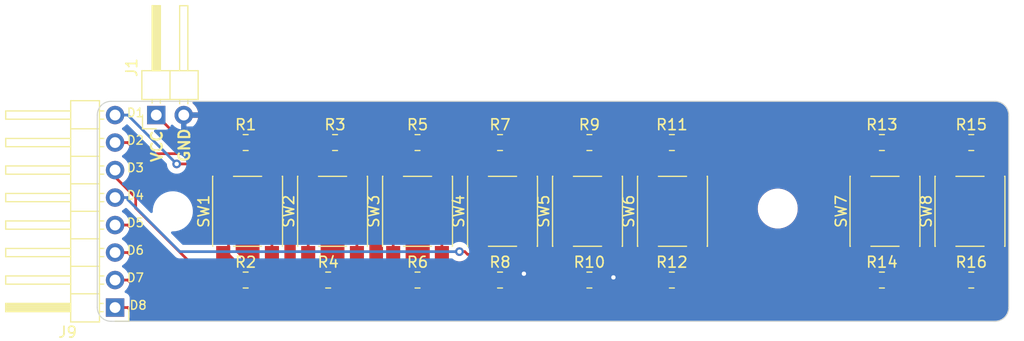
<source format=kicad_pcb>
(kicad_pcb (version 20221018) (generator pcbnew)
  (layers (0 "F.Cu" signal) (31 "B.Cu" signal) (34 "B.Paste" user) (35 "F.Paste" user) (36 "B.SilkS" user "B.Silkscreen") (37 "F.SilkS" user "F.Silkscreen") (38 "B.Mask" user) (39 "F.Mask" user) (44 "Edge.Cuts" user))
  (net 0 "")
  (net 1 "VCC")
  (net 2 "Net-(R1-Pad2)")
  (net 3 "GND")
  (net 4 "Net-(R3-Pad2)")
  (net 5 "Net-(R5-Pad2)")
  (net 6 "Net-(R7-Pad2)")
  (net 7 "Net-(R9-Pad2)")
  (net 8 "Net-(R11-Pad2)")
  (net 9 "Net-(R13-Pad2)")
  (net 10 "Net-(R15-Pad2)")
  (net 11 "Net-(J9-Pin_1)")
  (net 12 "Net-(J9-Pin_2)")
  (net 13 "Net-(J9-Pin_3)")
  (net 14 "Net-(J9-Pin_4)")
  (net 15 "Net-(J9-Pin_5)")
  (net 16 "Net-(J9-Pin_6)")
  (net 17 "Net-(J9-Pin_7)")
  (net 18 "Net-(J9-Pin_8)")
  (footprint "Resistor_SMD:R_0805_2012Metric_Pad1.20x1.40mm_HandSolder" (layer "F.Cu") (at 181.61 105.41)
    (fp_text reference "R8" (at 0 -1.65) (layer "F.SilkS"))
    (fp_text value "10KΩ")
    (fp_line (start -0.227064 -0.735) (end 0.227064 -0.735) (stroke (width 0.12)) (layer "F.SilkS"))
    (fp_line (start -0.227064 0.735) (end 0.227064 0.735) (stroke (width 0.12)) (layer "F.SilkS"))
    (pad "1" smd roundrect (at -1 0) (size 1.2 1.4) (layers "F.Cu" "F.Paste" "F.Mask") (roundrect_rratio 0.208333) (net 15 "Net-(J9-Pin_5)"))
    (pad "2" smd roundrect (at 1 0) (size 1.2 1.4) (layers "F.Cu" "F.Paste" "F.Mask") (roundrect_rratio 0.208333) (net 3 "GND"))
  )
  (footprint "Button_Switch_SMD:SW_SPST_PTS645" (layer "F.Cu") (at 158.29 99.06 90)
    (fp_text reference "SW1" (at 0 -4.05 90) (layer "F.SilkS"))
    (fp_text value "SW_Push")
    (fp_line (start -3.23 -3.23) (end 3.23 -3.23) (stroke (width 0.12)) (layer "F.SilkS"))
    (fp_line (start -3.23 -3.2) (end -3.23 -3.23) (stroke (width 0.12)) (layer "F.SilkS"))
    (fp_line (start -3.23 -1.3) (end -3.23 1.3) (stroke (width 0.12)) (layer "F.SilkS"))
    (fp_line (start -3.23 3.23) (end -3.23 3.2) (stroke (width 0.12)) (layer "F.SilkS"))
    (fp_line (start -3.23 3.23) (end 3.23 3.23) (stroke (width 0.12)) (layer "F.SilkS"))
    (fp_line (start 3.23 -3.23) (end 3.23 -3.2) (stroke (width 0.12)) (layer "F.SilkS"))
    (fp_line (start 3.23 -1.3) (end 3.23 1.3) (stroke (width 0.12)) (layer "F.SilkS"))
    (fp_line (start 3.23 3.23) (end 3.23 3.2) (stroke (width 0.12)) (layer "F.SilkS"))
    (pad "1" smd rect (at -3.98 -2.25 90) (size 1.55 1.3) (layers "F.Cu" "F.Paste" "F.Mask") (net 18 "Net-(J9-Pin_8)"))
    (pad "1" smd rect (at 3.98 -2.25 90) (size 1.55 1.3) (layers "F.Cu" "F.Paste" "F.Mask") (net 18 "Net-(J9-Pin_8)"))
    (pad "2" smd rect (at -3.98 2.25 90) (size 1.55 1.3) (layers "F.Cu" "F.Paste" "F.Mask") (net 2 "Net-(R1-Pad2)"))
    (pad "2" smd rect (at 3.98 2.25 90) (size 1.55 1.3) (layers "F.Cu" "F.Paste" "F.Mask") (net 2 "Net-(R1-Pad2)"))
  )
  (footprint "Resistor_SMD:R_0805_2012Metric_Pad1.20x1.40mm_HandSolder" (layer "F.Cu") (at 173.99 105.41)
    (fp_text reference "R6" (at 0 -1.65) (layer "F.SilkS"))
    (fp_text value "10KΩ")
    (fp_line (start -0.227064 -0.735) (end 0.227064 -0.735) (stroke (width 0.12)) (layer "F.SilkS"))
    (fp_line (start -0.227064 0.735) (end 0.227064 0.735) (stroke (width 0.12)) (layer "F.SilkS"))
    (pad "1" smd roundrect (at -1 0) (size 1.2 1.4) (layers "F.Cu" "F.Paste" "F.Mask") (roundrect_rratio 0.208333) (net 16 "Net-(J9-Pin_6)"))
    (pad "2" smd roundrect (at 1 0) (size 1.2 1.4) (layers "F.Cu" "F.Paste" "F.Mask") (roundrect_rratio 0.208333) (net 3 "GND"))
  )
  (footprint "Resistor_SMD:R_0805_2012Metric_Pad1.20x1.40mm_HandSolder" (layer "F.Cu") (at 225.14 92.71)
    (fp_text reference "R15" (at 0 -1.65) (layer "F.SilkS"))
    (fp_text value "470Ω")
    (fp_line (start -0.227064 -0.735) (end 0.227064 -0.735) (stroke (width 0.12)) (layer "F.SilkS"))
    (fp_line (start -0.227064 0.735) (end 0.227064 0.735) (stroke (width 0.12)) (layer "F.SilkS"))
    (pad "1" smd roundrect (at -1 0) (size 1.2 1.4) (layers "F.Cu" "F.Paste" "F.Mask") (roundrect_rratio 0.208333) (net 1 "VCC"))
    (pad "2" smd roundrect (at 1 0) (size 1.2 1.4) (layers "F.Cu" "F.Paste" "F.Mask") (roundrect_rratio 0.208333) (net 10 "Net-(R15-Pad2)"))
  )
  (footprint "Resistor_SMD:R_0805_2012Metric_Pad1.20x1.40mm_HandSolder" (layer "F.Cu") (at 165.735 105.41)
    (fp_text reference "R4" (at 0 -1.65) (layer "F.SilkS"))
    (fp_text value "10KΩ")
    (fp_line (start -0.227064 -0.735) (end 0.227064 -0.735) (stroke (width 0.12)) (layer "F.SilkS"))
    (fp_line (start -0.227064 0.735) (end 0.227064 0.735) (stroke (width 0.12)) (layer "F.SilkS"))
    (pad "1" smd roundrect (at -1 0) (size 1.2 1.4) (layers "F.Cu" "F.Paste" "F.Mask") (roundrect_rratio 0.208333) (net 17 "Net-(J9-Pin_7)"))
    (pad "2" smd roundrect (at 1 0) (size 1.2 1.4) (layers "F.Cu" "F.Paste" "F.Mask") (roundrect_rratio 0.208333) (net 3 "GND"))
  )
  (footprint "Button_Switch_SMD:SW_SPST_PTS645" (layer "F.Cu") (at 173.99 99.06 90)
    (fp_text reference "SW3" (at 0 -4.05 90) (layer "F.SilkS"))
    (fp_text value "SW_Push")
    (fp_line (start -3.23 -3.23) (end 3.23 -3.23) (stroke (width 0.12)) (layer "F.SilkS"))
    (fp_line (start -3.23 -3.2) (end -3.23 -3.23) (stroke (width 0.12)) (layer "F.SilkS"))
    (fp_line (start -3.23 -1.3) (end -3.23 1.3) (stroke (width 0.12)) (layer "F.SilkS"))
    (fp_line (start -3.23 3.23) (end -3.23 3.2) (stroke (width 0.12)) (layer "F.SilkS"))
    (fp_line (start -3.23 3.23) (end 3.23 3.23) (stroke (width 0.12)) (layer "F.SilkS"))
    (fp_line (start 3.23 -3.23) (end 3.23 -3.2) (stroke (width 0.12)) (layer "F.SilkS"))
    (fp_line (start 3.23 -1.3) (end 3.23 1.3) (stroke (width 0.12)) (layer "F.SilkS"))
    (fp_line (start 3.23 3.23) (end 3.23 3.2) (stroke (width 0.12)) (layer "F.SilkS"))
    (pad "1" smd rect (at -3.98 -2.25 90) (size 1.55 1.3) (layers "F.Cu" "F.Paste" "F.Mask") (net 16 "Net-(J9-Pin_6)"))
    (pad "1" smd rect (at 3.98 -2.25 90) (size 1.55 1.3) (layers "F.Cu" "F.Paste" "F.Mask") (net 16 "Net-(J9-Pin_6)"))
    (pad "2" smd rect (at -3.98 2.25 90) (size 1.55 1.3) (layers "F.Cu" "F.Paste" "F.Mask") (net 5 "Net-(R5-Pad2)"))
    (pad "2" smd rect (at 3.98 2.25 90) (size 1.55 1.3) (layers "F.Cu" "F.Paste" "F.Mask") (net 5 "Net-(R5-Pad2)"))
  )
  (footprint "Connector_PinHeader_2.54mm:PinHeader_1x02_P2.54mm_Horizontal" (layer "F.Cu") (at 149.855 90.17 90)
    (fp_text reference "J1" (at 4.385 -2.27 90) (layer "F.SilkS"))
    (fp_text value "Conn_01x02_Pin")
    (fp_line (start -1.27 -1.27) (end 0 -1.27) (stroke (width 0.12)) (layer "F.SilkS"))
    (fp_line (start -1.27 0) (end -1.27 -1.27) (stroke (width 0.12)) (layer "F.SilkS"))
    (fp_line (start 1.042929 2.16) (end 1.44 2.16) (stroke (width 0.12)) (layer "F.SilkS"))
    (fp_line (start 1.042929 2.92) (end 1.44 2.92) (stroke (width 0.12)) (layer "F.SilkS"))
    (fp_line (start 1.11 -0.38) (end 1.44 -0.38) (stroke (width 0.12)) (layer "F.SilkS"))
    (fp_line (start 1.11 0.38) (end 1.44 0.38) (stroke (width 0.12)) (layer "F.SilkS"))
    (fp_line (start 1.44 -1.33) (end 1.44 3.87) (stroke (width 0.12)) (layer "F.SilkS"))
    (fp_line (start 1.44 1.27) (end 4.1 1.27) (stroke (width 0.12)) (layer "F.SilkS"))
    (fp_line (start 1.44 3.87) (end 4.1 3.87) (stroke (width 0.12)) (layer "F.SilkS"))
    (fp_line (start 4.1 -1.33) (end 1.44 -1.33) (stroke (width 0.12)) (layer "F.SilkS"))
    (fp_line (start 4.1 -0.38) (end 10.1 -0.38) (stroke (width 0.12)) (layer "F.SilkS"))
    (fp_line (start 4.1 -0.32) (end 10.1 -0.32) (stroke (width 0.12)) (layer "F.SilkS"))
    (fp_line (start 4.1 -0.2) (end 10.1 -0.2) (stroke (width 0.12)) (layer "F.SilkS"))
    (fp_line (start 4.1 -0.08) (end 10.1 -0.08) (stroke (width 0.12)) (layer "F.SilkS"))
    (fp_line (start 4.1 0.04) (end 10.1 0.04) (stroke (width 0.12)) (layer "F.SilkS"))
    (fp_line (start 4.1 0.16) (end 10.1 0.16) (stroke (width 0.12)) (layer "F.SilkS"))
    (fp_line (start 4.1 0.28) (end 10.1 0.28) (stroke (width 0.12)) (layer "F.SilkS"))
    (fp_line (start 4.1 2.16) (end 10.1 2.16) (stroke (width 0.12)) (layer "F.SilkS"))
    (fp_line (start 4.1 3.87) (end 4.1 -1.33) (stroke (width 0.12)) (layer "F.SilkS"))
    (fp_line (start 10.1 -0.38) (end 10.1 0.38) (stroke (width 0.12)) (layer "F.SilkS"))
    (fp_line (start 10.1 0.38) (end 4.1 0.38) (stroke (width 0.12)) (layer "F.SilkS"))
    (fp_line (start 10.1 2.16) (end 10.1 2.92) (stroke (width 0.12)) (layer "F.SilkS"))
    (fp_line (start 10.1 2.92) (end 4.1 2.92) (stroke (width 0.12)) (layer "F.SilkS"))
    (pad "1" thru_hole rect (at 0 0 90) (size 1.7 1.7) (drill 1) (layers "*.Cu" "*.Mask") (net 1 "VCC"))
    (pad "2" thru_hole oval (at 0 2.54 90) (size 1.7 1.7) (drill 1) (layers "*.Cu" "*.Mask") (net 3 "GND"))
  )
  (footprint "Resistor_SMD:R_0805_2012Metric_Pad1.20x1.40mm_HandSolder" (layer "F.Cu") (at 166.37 92.71)
    (fp_text reference "R3" (at 0 -1.65) (layer "F.SilkS"))
    (fp_text value "470Ω")
    (fp_line (start -0.227064 -0.735) (end 0.227064 -0.735) (stroke (width 0.12)) (layer "F.SilkS"))
    (fp_line (start -0.227064 0.735) (end 0.227064 0.735) (stroke (width 0.12)) (layer "F.SilkS"))
    (pad "1" smd roundrect (at -1 0) (size 1.2 1.4) (layers "F.Cu" "F.Paste" "F.Mask") (roundrect_rratio 0.208333) (net 1 "VCC"))
    (pad "2" smd roundrect (at 1 0) (size 1.2 1.4) (layers "F.Cu" "F.Paste" "F.Mask") (roundrect_rratio 0.208333) (net 4 "Net-(R3-Pad2)"))
  )
  (footprint "Resistor_SMD:R_0805_2012Metric_Pad1.20x1.40mm_HandSolder" (layer "F.Cu") (at 197.485 92.71)
    (fp_text reference "R11" (at 0 -1.65) (layer "F.SilkS"))
    (fp_text value "470Ω")
    (fp_line (start -0.227064 -0.735) (end 0.227064 -0.735) (stroke (width 0.12)) (layer "F.SilkS"))
    (fp_line (start -0.227064 0.735) (end 0.227064 0.735) (stroke (width 0.12)) (layer "F.SilkS"))
    (pad "1" smd roundrect (at -1 0) (size 1.2 1.4) (layers "F.Cu" "F.Paste" "F.Mask") (roundrect_rratio 0.208333) (net 1 "VCC"))
    (pad "2" smd roundrect (at 1 0) (size 1.2 1.4) (layers "F.Cu" "F.Paste" "F.Mask") (roundrect_rratio 0.208333) (net 8 "Net-(R11-Pad2)"))
  )
  (footprint "Resistor_SMD:R_0805_2012Metric_Pad1.20x1.40mm_HandSolder" (layer "F.Cu") (at 197.485 105.41)
    (fp_text reference "R12" (at 0 -1.65) (layer "F.SilkS"))
    (fp_text value "10KΩ")
    (fp_line (start -0.227064 -0.735) (end 0.227064 -0.735) (stroke (width 0.12)) (layer "F.SilkS"))
    (fp_line (start -0.227064 0.735) (end 0.227064 0.735) (stroke (width 0.12)) (layer "F.SilkS"))
    (pad "1" smd roundrect (at -1 0) (size 1.2 1.4) (layers "F.Cu" "F.Paste" "F.Mask") (roundrect_rratio 0.208333) (net 13 "Net-(J9-Pin_3)"))
    (pad "2" smd roundrect (at 1 0) (size 1.2 1.4) (layers "F.Cu" "F.Paste" "F.Mask") (roundrect_rratio 0.208333) (net 3 "GND"))
  )
  (footprint "Button_Switch_SMD:SW_SPST_PTS645" (layer "F.Cu") (at 217.17 99.06 90)
    (fp_text reference "SW7" (at 0 -4.05 90) (layer "F.SilkS"))
    (fp_text value "SW_Push")
    (fp_line (start -3.23 -3.23) (end 3.23 -3.23) (stroke (width 0.12)) (layer "F.SilkS"))
    (fp_line (start -3.23 -3.2) (end -3.23 -3.23) (stroke (width 0.12)) (layer "F.SilkS"))
    (fp_line (start -3.23 -1.3) (end -3.23 1.3) (stroke (width 0.12)) (layer "F.SilkS"))
    (fp_line (start -3.23 3.23) (end -3.23 3.2) (stroke (width 0.12)) (layer "F.SilkS"))
    (fp_line (start -3.23 3.23) (end 3.23 3.23) (stroke (width 0.12)) (layer "F.SilkS"))
    (fp_line (start 3.23 -3.23) (end 3.23 -3.2) (stroke (width 0.12)) (layer "F.SilkS"))
    (fp_line (start 3.23 -1.3) (end 3.23 1.3) (stroke (width 0.12)) (layer "F.SilkS"))
    (fp_line (start 3.23 3.23) (end 3.23 3.2) (stroke (width 0.12)) (layer "F.SilkS"))
    (pad "1" smd rect (at -3.98 -2.25 90) (size 1.55 1.3) (layers "F.Cu" "F.Paste" "F.Mask") (net 12 "Net-(J9-Pin_2)"))
    (pad "1" smd rect (at 3.98 -2.25 90) (size 1.55 1.3) (layers "F.Cu" "F.Paste" "F.Mask") (net 12 "Net-(J9-Pin_2)"))
    (pad "2" smd rect (at -3.98 2.25 90) (size 1.55 1.3) (layers "F.Cu" "F.Paste" "F.Mask") (net 9 "Net-(R13-Pad2)"))
    (pad "2" smd rect (at 3.98 2.25 90) (size 1.55 1.3) (layers "F.Cu" "F.Paste" "F.Mask") (net 9 "Net-(R13-Pad2)"))
  )
  (footprint "Connector_PinHeader_2.54mm:PinHeader_1x08_P2.54mm_Horizontal" (layer "F.Cu") (at 146.05 107.95 180)
    (fp_text reference "J9" (at 4.385 -2.27) (layer "F.SilkS"))
    (fp_text value "Conn_01x08_Pin")
    (fp_line (start -1.27 -1.27) (end 0 -1.27) (stroke (width 0.12)) (layer "F.SilkS"))
    (fp_line (start -1.27 0) (end -1.27 -1.27) (stroke (width 0.12)) (layer "F.SilkS"))
    (fp_line (start 1.042929 2.16) (end 1.44 2.16) (stroke (width 0.12)) (layer "F.SilkS"))
    (fp_line (start 1.042929 2.92) (end 1.44 2.92) (stroke (width 0.12)) (layer "F.SilkS"))
    (fp_line (start 1.042929 4.7) (end 1.44 4.7) (stroke (width 0.12)) (layer "F.SilkS"))
    (fp_line (start 1.042929 5.46) (end 1.44 5.46) (stroke (width 0.12)) (layer "F.SilkS"))
    (fp_line (start 1.042929 7.24) (end 1.44 7.24) (stroke (width 0.12)) (layer "F.SilkS"))
    (fp_line (start 1.042929 8) (end 1.44 8) (stroke (width 0.12)) (layer "F.SilkS"))
    (fp_line (start 1.042929 9.78) (end 1.44 9.78) (stroke (width 0.12)) (layer "F.SilkS"))
    (fp_line (start 1.042929 10.54) (end 1.44 10.54) (stroke (width 0.12)) (layer "F.SilkS"))
    (fp_line (start 1.042929 12.32) (end 1.44 12.32) (stroke (width 0.12)) (layer "F.SilkS"))
    (fp_line (start 1.042929 13.08) (end 1.44 13.08) (stroke (width 0.12)) (layer "F.SilkS"))
    (fp_line (start 1.042929 14.86) (end 1.44 14.86) (stroke (width 0.12)) (layer "F.SilkS"))
    (fp_line (start 1.042929 15.62) (end 1.44 15.62) (stroke (width 0.12)) (layer "F.SilkS"))
    (fp_line (start 1.042929 17.4) (end 1.44 17.4) (stroke (width 0.12)) (layer "F.SilkS"))
    (fp_line (start 1.042929 18.16) (end 1.44 18.16) (stroke (width 0.12)) (layer "F.SilkS"))
    (fp_line (start 1.11 -0.38) (end 1.44 -0.38) (stroke (width 0.12)) (layer "F.SilkS"))
    (fp_line (start 1.11 0.38) (end 1.44 0.38) (stroke (width 0.12)) (layer "F.SilkS"))
    (fp_line (start 1.44 -1.33) (end 1.44 19.11) (stroke (width 0.12)) (layer "F.SilkS"))
    (fp_line (start 1.44 1.27) (end 4.1 1.27) (stroke (width 0.12)) (layer "F.SilkS"))
    (fp_line (start 1.44 3.81) (end 4.1 3.81) (stroke (width 0.12)) (layer "F.SilkS"))
    (fp_line (start 1.44 6.35) (end 4.1 6.35) (stroke (width 0.12)) (layer "F.SilkS"))
    (fp_line (start 1.44 8.89) (end 4.1 8.89) (stroke (width 0.12)) (layer "F.SilkS"))
    (fp_line (start 1.44 11.43) (end 4.1 11.43) (stroke (width 0.12)) (layer "F.SilkS"))
    (fp_line (start 1.44 13.97) (end 4.1 13.97) (stroke (width 0.12)) (layer "F.SilkS"))
    (fp_line (start 1.44 16.51) (end 4.1 16.51) (stroke (width 0.12)) (layer "F.SilkS"))
    (fp_line (start 1.44 19.11) (end 4.1 19.11) (stroke (width 0.12)) (layer "F.SilkS"))
    (fp_line (start 4.1 -1.33) (end 1.44 -1.33) (stroke (width 0.12)) (layer "F.SilkS"))
    (fp_line (start 4.1 -0.38) (end 10.1 -0.38) (stroke (width 0.12)) (layer "F.SilkS"))
    (fp_line (start 4.1 -0.32) (end 10.1 -0.32) (stroke (width 0.12)) (layer "F.SilkS"))
    (fp_line (start 4.1 -0.2) (end 10.1 -0.2) (stroke (width 0.12)) (layer "F.SilkS"))
    (fp_line (start 4.1 -0.08) (end 10.1 -0.08) (stroke (width 0.12)) (layer "F.SilkS"))
    (fp_line (start 4.1 0.04) (end 10.1 0.04) (stroke (width 0.12)) (layer "F.SilkS"))
    (fp_line (start 4.1 0.16) (end 10.1 0.16) (stroke (width 0.12)) (layer "F.SilkS"))
    (fp_line (start 4.1 0.28) (end 10.1 0.28) (stroke (width 0.12)) (layer "F.SilkS"))
    (fp_line (start 4.1 2.16) (end 10.1 2.16) (stroke (width 0.12)) (layer "F.SilkS"))
    (fp_line (start 4.1 4.7) (end 10.1 4.7) (stroke (width 0.12)) (layer "F.SilkS"))
    (fp_line (start 4.1 7.24) (end 10.1 7.24) (stroke (width 0.12)) (layer "F.SilkS"))
    (fp_line (start 4.1 9.78) (end 10.1 9.78) (stroke (width 0.12)) (layer "F.SilkS"))
    (fp_line (start 4.1 12.32) (end 10.1 12.32) (stroke (width 0.12)) (layer "F.SilkS"))
    (fp_line (start 4.1 14.86) (end 10.1 14.86) (stroke (width 0.12)) (layer "F.SilkS"))
    (fp_line (start 4.1 17.4) (end 10.1 17.4) (stroke (width 0.12)) (layer "F.SilkS"))
    (fp_line (start 4.1 19.11) (end 4.1 -1.33) (stroke (width 0.12)) (layer "F.SilkS"))
    (fp_line (start 10.1 -0.38) (end 10.1 0.38) (stroke (width 0.12)) (layer "F.SilkS"))
    (fp_line (start 10.1 0.38) (end 4.1 0.38) (stroke (width 0.12)) (layer "F.SilkS"))
    (fp_line (start 10.1 2.16) (end 10.1 2.92) (stroke (width 0.12)) (layer "F.SilkS"))
    (fp_line (start 10.1 2.92) (end 4.1 2.92) (stroke (width 0.12)) (layer "F.SilkS"))
    (fp_line (start 10.1 4.7) (end 10.1 5.46) (stroke (width 0.12)) (layer "F.SilkS"))
    (fp_line (start 10.1 5.46) (end 4.1 5.46) (stroke (width 0.12)) (layer "F.SilkS"))
    (fp_line (start 10.1 7.24) (end 10.1 8) (stroke (width 0.12)) (layer "F.SilkS"))
    (fp_line (start 10.1 8) (end 4.1 8) (stroke (width 0.12)) (layer "F.SilkS"))
    (fp_line (start 10.1 9.78) (end 10.1 10.54) (stroke (width 0.12)) (layer "F.SilkS"))
    (fp_line (start 10.1 10.54) (end 4.1 10.54) (stroke (width 0.12)) (layer "F.SilkS"))
    (fp_line (start 10.1 12.32) (end 10.1 13.08) (stroke (width 0.12)) (layer "F.SilkS"))
    (fp_line (start 10.1 13.08) (end 4.1 13.08) (stroke (width 0.12)) (layer "F.SilkS"))
    (fp_line (start 10.1 14.86) (end 10.1 15.62) (stroke (width 0.12)) (layer "F.SilkS"))
    (fp_line (start 10.1 15.62) (end 4.1 15.62) (stroke (width 0.12)) (layer "F.SilkS"))
    (fp_line (start 10.1 17.4) (end 10.1 18.16) (stroke (width 0.12)) (layer "F.SilkS"))
    (fp_line (start 10.1 18.16) (end 4.1 18.16) (stroke (width 0.12)) (layer "F.SilkS"))
    (pad "1" thru_hole rect (at 0 0 180) (size 1.7 1.7) (drill 1) (layers "*.Cu" "*.Mask") (net 11 "Net-(J9-Pin_1)"))
    (pad "2" thru_hole oval (at 0 2.54 180) (size 1.7 1.7) (drill 1) (layers "*.Cu" "*.Mask") (net 12 "Net-(J9-Pin_2)"))
    (pad "3" thru_hole oval (at 0 5.08 180) (size 1.7 1.7) (drill 1) (layers "*.Cu" "*.Mask") (net 13 "Net-(J9-Pin_3)"))
    (pad "4" thru_hole oval (at 0 7.62 180) (size 1.7 1.7) (drill 1) (layers "*.Cu" "*.Mask") (net 14 "Net-(J9-Pin_4)"))
    (pad "5" thru_hole oval (at 0 10.16 180) (size 1.7 1.7) (drill 1) (layers "*.Cu" "*.Mask") (net 15 "Net-(J9-Pin_5)"))
    (pad "6" thru_hole oval (at 0 12.7 180) (size 1.7 1.7) (drill 1) (layers "*.Cu" "*.Mask") (net 16 "Net-(J9-Pin_6)"))
    (pad "7" thru_hole oval (at 0 15.24 180) (size 1.7 1.7) (drill 1) (layers "*.Cu" "*.Mask") (net 17 "Net-(J9-Pin_7)"))
    (pad "8" thru_hole oval (at 0 17.78 180) (size 1.7 1.7) (drill 1) (layers "*.Cu" "*.Mask") (net 18 "Net-(J9-Pin_8)"))
  )
  (footprint "Button_Switch_SMD:SW_SPST_PTS645" (layer "F.Cu") (at 181.84 99.06 90)
    (fp_text reference "SW4" (at 0 -4.05 90) (layer "F.SilkS"))
    (fp_text value "SW_Push")
    (fp_line (start -3.23 -3.23) (end 3.23 -3.23) (stroke (width 0.12)) (layer "F.SilkS"))
    (fp_line (start -3.23 -3.2) (end -3.23 -3.23) (stroke (width 0.12)) (layer "F.SilkS"))
    (fp_line (start -3.23 -1.3) (end -3.23 1.3) (stroke (width 0.12)) (layer "F.SilkS"))
    (fp_line (start -3.23 3.23) (end -3.23 3.2) (stroke (width 0.12)) (layer "F.SilkS"))
    (fp_line (start -3.23 3.23) (end 3.23 3.23) (stroke (width 0.12)) (layer "F.SilkS"))
    (fp_line (start 3.23 -3.23) (end 3.23 -3.2) (stroke (width 0.12)) (layer "F.SilkS"))
    (fp_line (start 3.23 -1.3) (end 3.23 1.3) (stroke (width 0.12)) (layer "F.SilkS"))
    (fp_line (start 3.23 3.23) (end 3.23 3.2) (stroke (width 0.12)) (layer "F.SilkS"))
    (pad "1" smd rect (at -3.98 -2.25 90) (size 1.55 1.3) (layers "F.Cu" "F.Paste" "F.Mask") (net 15 "Net-(J9-Pin_5)"))
    (pad "1" smd rect (at 3.98 -2.25 90) (size 1.55 1.3) (layers "F.Cu" "F.Paste" "F.Mask") (net 15 "Net-(J9-Pin_5)"))
    (pad "2" smd rect (at -3.98 2.25 90) (size 1.55 1.3) (layers "F.Cu" "F.Paste" "F.Mask") (net 6 "Net-(R7-Pad2)"))
    (pad "2" smd rect (at 3.98 2.25 90) (size 1.55 1.3) (layers "F.Cu" "F.Paste" "F.Mask") (net 6 "Net-(R7-Pad2)"))
  )
  (footprint "Button_Switch_SMD:SW_SPST_PTS645" (layer "F.Cu") (at 166.14 99.06 90)
    (fp_text reference "SW2" (at 0 -4.05 90) (layer "F.SilkS"))
    (fp_text value "SW_Push")
    (fp_line (start -3.23 -3.23) (end 3.23 -3.23) (stroke (width 0.12)) (layer "F.SilkS"))
    (fp_line (start -3.23 -3.2) (end -3.23 -3.23) (stroke (width 0.12)) (layer "F.SilkS"))
    (fp_line (start -3.23 -1.3) (end -3.23 1.3) (stroke (width 0.12)) (layer "F.SilkS"))
    (fp_line (start -3.23 3.23) (end -3.23 3.2) (stroke (width 0.12)) (layer "F.SilkS"))
    (fp_line (start -3.23 3.23) (end 3.23 3.23) (stroke (width 0.12)) (layer "F.SilkS"))
    (fp_line (start 3.23 -3.23) (end 3.23 -3.2) (stroke (width 0.12)) (layer "F.SilkS"))
    (fp_line (start 3.23 -1.3) (end 3.23 1.3) (stroke (width 0.12)) (layer "F.SilkS"))
    (fp_line (start 3.23 3.23) (end 3.23 3.2) (stroke (width 0.12)) (layer "F.SilkS"))
    (pad "1" smd rect (at -3.98 -2.25 90) (size 1.55 1.3) (layers "F.Cu" "F.Paste" "F.Mask") (net 17 "Net-(J9-Pin_7)"))
    (pad "1" smd rect (at 3.98 -2.25 90) (size 1.55 1.3) (layers "F.Cu" "F.Paste" "F.Mask") (net 17 "Net-(J9-Pin_7)"))
    (pad "2" smd rect (at -3.98 2.25 90) (size 1.55 1.3) (layers "F.Cu" "F.Paste" "F.Mask") (net 4 "Net-(R3-Pad2)"))
    (pad "2" smd rect (at 3.98 2.25 90) (size 1.55 1.3) (layers "F.Cu" "F.Paste" "F.Mask") (net 4 "Net-(R3-Pad2)"))
  )
  (footprint "Resistor_SMD:R_0805_2012Metric_Pad1.20x1.40mm_HandSolder" (layer "F.Cu") (at 158.115 92.71)
    (fp_text reference "R1" (at 0 -1.65) (layer "F.SilkS"))
    (fp_text value "470Ω")
    (fp_line (start -0.227064 -0.735) (end 0.227064 -0.735) (stroke (width 0.12)) (layer "F.SilkS"))
    (fp_line (start -0.227064 0.735) (end 0.227064 0.735) (stroke (width 0.12)) (layer "F.SilkS"))
    (pad "1" smd roundrect (at -1 0) (size 1.2 1.4) (layers "F.Cu" "F.Paste" "F.Mask") (roundrect_rratio 0.208333) (net 1 "VCC"))
    (pad "2" smd roundrect (at 1 0) (size 1.2 1.4) (layers "F.Cu" "F.Paste" "F.Mask") (roundrect_rratio 0.208333) (net 2 "Net-(R1-Pad2)"))
  )
  (footprint "MountingHole:MountingHole_3.2mm_M3" (layer "F.Cu") (at 207.264 98.806)
    (fp_text reference "H2" hide)
    (fp_text value "MountingHole")
    (pad "" np_thru_hole circle (at 0 0) (size 3.2 3.2) (drill 3.2) (layers "*.Cu" "*.Mask"))
  )
  (footprint "Button_Switch_SMD:SW_SPST_PTS645" (layer "F.Cu") (at 189.69 99.06 90)
    (fp_text reference "SW5" (at 0 -4.05 90) (layer "F.SilkS"))
    (fp_text value "SW_Push")
    (fp_line (start -3.23 -3.23) (end 3.23 -3.23) (stroke (width 0.12)) (layer "F.SilkS"))
    (fp_line (start -3.23 -3.2) (end -3.23 -3.23) (stroke (width 0.12)) (layer "F.SilkS"))
    (fp_line (start -3.23 -1.3) (end -3.23 1.3) (stroke (width 0.12)) (layer "F.SilkS"))
    (fp_line (start -3.23 3.23) (end -3.23 3.2) (stroke (width 0.12)) (layer "F.SilkS"))
    (fp_line (start -3.23 3.23) (end 3.23 3.23) (stroke (width 0.12)) (layer "F.SilkS"))
    (fp_line (start 3.23 -3.23) (end 3.23 -3.2) (stroke (width 0.12)) (layer "F.SilkS"))
    (fp_line (start 3.23 -1.3) (end 3.23 1.3) (stroke (width 0.12)) (layer "F.SilkS"))
    (fp_line (start 3.23 3.23) (end 3.23 3.2) (stroke (width 0.12)) (layer "F.SilkS"))
    (pad "1" smd rect (at -3.98 -2.25 90) (size 1.55 1.3) (layers "F.Cu" "F.Paste" "F.Mask") (net 14 "Net-(J9-Pin_4)"))
    (pad "1" smd rect (at 3.98 -2.25 90) (size 1.55 1.3) (layers "F.Cu" "F.Paste" "F.Mask") (net 14 "Net-(J9-Pin_4)"))
    (pad "2" smd rect (at -3.98 2.25 90) (size 1.55 1.3) (layers "F.Cu" "F.Paste" "F.Mask") (net 7 "Net-(R9-Pad2)"))
    (pad "2" smd rect (at 3.98 2.25 90) (size 1.55 1.3) (layers "F.Cu" "F.Paste" "F.Mask") (net 7 "Net-(R9-Pad2)"))
  )
  (footprint "Resistor_SMD:R_0805_2012Metric_Pad1.20x1.40mm_HandSolder" (layer "F.Cu") (at 173.99 92.71)
    (fp_text reference "R5" (at 0 -1.65) (layer "F.SilkS"))
    (fp_text value "470Ω")
    (fp_line (start -0.227064 -0.735) (end 0.227064 -0.735) (stroke (width 0.12)) (layer "F.SilkS"))
    (fp_line (start -0.227064 0.735) (end 0.227064 0.735) (stroke (width 0.12)) (layer "F.SilkS"))
    (pad "1" smd roundrect (at -1 0) (size 1.2 1.4) (layers "F.Cu" "F.Paste" "F.Mask") (roundrect_rratio 0.208333) (net 1 "VCC"))
    (pad "2" smd roundrect (at 1 0) (size 1.2 1.4) (layers "F.Cu" "F.Paste" "F.Mask") (roundrect_rratio 0.208333) (net 5 "Net-(R5-Pad2)"))
  )
  (footprint "MountingHole:MountingHole_3.2mm_M3" (layer "F.Cu") (at 151.384 99.06)
    (fp_text reference "H1" hide)
    (fp_text value "MountingHole")
    (pad "" np_thru_hole circle (at 0 0) (size 3.2 3.2) (drill 3.2) (layers "*.Cu" "*.Mask"))
  )
  (footprint "Button_Switch_SMD:SW_SPST_PTS645" (layer "F.Cu") (at 197.54 99.06 90)
    (fp_text reference "SW6" (at 0 -4.05 90) (layer "F.SilkS"))
    (fp_text value "SW_Push")
    (fp_line (start -3.23 -3.23) (end 3.23 -3.23) (stroke (width 0.12)) (layer "F.SilkS"))
    (fp_line (start -3.23 -3.2) (end -3.23 -3.23) (stroke (width 0.12)) (layer "F.SilkS"))
    (fp_line (start -3.23 -1.3) (end -3.23 1.3) (stroke (width 0.12)) (layer "F.SilkS"))
    (fp_line (start -3.23 3.23) (end -3.23 3.2) (stroke (width 0.12)) (layer "F.SilkS"))
    (fp_line (start -3.23 3.23) (end 3.23 3.23) (stroke (width 0.12)) (layer "F.SilkS"))
    (fp_line (start 3.23 -3.23) (end 3.23 -3.2) (stroke (width 0.12)) (layer "F.SilkS"))
    (fp_line (start 3.23 -1.3) (end 3.23 1.3) (stroke (width 0.12)) (layer "F.SilkS"))
    (fp_line (start 3.23 3.23) (end 3.23 3.2) (stroke (width 0.12)) (layer "F.SilkS"))
    (pad "1" smd rect (at -3.98 -2.25 90) (size 1.55 1.3) (layers "F.Cu" "F.Paste" "F.Mask") (net 13 "Net-(J9-Pin_3)"))
    (pad "1" smd rect (at 3.98 -2.25 90) (size 1.55 1.3) (layers "F.Cu" "F.Paste" "F.Mask") (net 13 "Net-(J9-Pin_3)"))
    (pad "2" smd rect (at -3.98 2.25 90) (size 1.55 1.3) (layers "F.Cu" "F.Paste" "F.Mask") (net 8 "Net-(R11-Pad2)"))
    (pad "2" smd rect (at 3.98 2.25 90) (size 1.55 1.3) (layers "F.Cu" "F.Paste" "F.Mask") (net 8 "Net-(R11-Pad2)"))
  )
  (footprint "Resistor_SMD:R_0805_2012Metric_Pad1.20x1.40mm_HandSolder" (layer "F.Cu") (at 216.885 105.41)
    (fp_text reference "R14" (at 0 -1.65) (layer "F.SilkS"))
    (fp_text value "10KΩ")
    (fp_line (start -0.227064 -0.735) (end 0.227064 -0.735) (stroke (width 0.12)) (layer "F.SilkS"))
    (fp_line (start -0.227064 0.735) (end 0.227064 0.735) (stroke (width 0.12)) (layer "F.SilkS"))
    (pad "1" smd roundrect (at -1 0) (size 1.2 1.4) (layers "F.Cu" "F.Paste" "F.Mask") (roundrect_rratio 0.208333) (net 12 "Net-(J9-Pin_2)"))
    (pad "2" smd roundrect (at 1 0) (size 1.2 1.4) (layers "F.Cu" "F.Paste" "F.Mask") (roundrect_rratio 0.208333) (net 3 "GND"))
  )
  (footprint "Resistor_SMD:R_0805_2012Metric_Pad1.20x1.40mm_HandSolder" (layer "F.Cu") (at 181.61 92.71)
    (fp_text reference "R7" (at 0 -1.65) (layer "F.SilkS"))
    (fp_text value "470Ω")
    (fp_line (start -0.227064 -0.735) (end 0.227064 -0.735) (stroke (width 0.12)) (layer "F.SilkS"))
    (fp_line (start -0.227064 0.735) (end 0.227064 0.735) (stroke (width 0.12)) (layer "F.SilkS"))
    (pad "1" smd roundrect (at -1 0) (size 1.2 1.4) (layers "F.Cu" "F.Paste" "F.Mask") (roundrect_rratio 0.208333) (net 1 "VCC"))
    (pad "2" smd roundrect (at 1 0) (size 1.2 1.4) (layers "F.Cu" "F.Paste" "F.Mask") (roundrect_rratio 0.208333) (net 6 "Net-(R7-Pad2)"))
  )
  (footprint "Resistor_SMD:R_0805_2012Metric_Pad1.20x1.40mm_HandSolder" (layer "F.Cu") (at 216.885 92.71)
    (fp_text reference "R13" (at 0 -1.65) (layer "F.SilkS"))
    (fp_text value "470Ω")
    (fp_line (start -0.227064 -0.735) (end 0.227064 -0.735) (stroke (width 0.12)) (layer "F.SilkS"))
    (fp_line (start -0.227064 0.735) (end 0.227064 0.735) (stroke (width 0.12)) (layer "F.SilkS"))
    (pad "1" smd roundrect (at -1 0) (size 1.2 1.4) (layers "F.Cu" "F.Paste" "F.Mask") (roundrect_rratio 0.208333) (net 1 "VCC"))
    (pad "2" smd roundrect (at 1 0) (size 1.2 1.4) (layers "F.Cu" "F.Paste" "F.Mask") (roundrect_rratio 0.208333) (net 9 "Net-(R13-Pad2)"))
  )
  (footprint "Resistor_SMD:R_0805_2012Metric_Pad1.20x1.40mm_HandSolder" (layer "F.Cu") (at 189.865 105.41)
    (fp_text reference "R10" (at 0 -1.65) (layer "F.SilkS"))
    (fp_text value "10KΩ")
    (fp_line (start -0.227064 -0.735) (end 0.227064 -0.735) (stroke (width 0.12)) (layer "F.SilkS"))
    (fp_line (start -0.227064 0.735) (end 0.227064 0.735) (stroke (width 0.12)) (layer "F.SilkS"))
    (pad "1" smd roundrect (at -1 0) (size 1.2 1.4) (layers "F.Cu" "F.Paste" "F.Mask") (roundrect_rratio 0.208333) (net 14 "Net-(J9-Pin_4)"))
    (pad "2" smd roundrect (at 1 0) (size 1.2 1.4) (layers "F.Cu" "F.Paste" "F.Mask") (roundrect_rratio 0.208333) (net 3 "GND"))
  )
  (footprint "Resistor_SMD:R_0805_2012Metric_Pad1.20x1.40mm_HandSolder" (layer "F.Cu") (at 158.115 105.41)
    (fp_text reference "R2" (at 0 -1.65) (layer "F.SilkS"))
    (fp_text value "10KΩ")
    (fp_line (start -0.227064 -0.735) (end 0.227064 -0.735) (stroke (width 0.12)) (layer "F.SilkS"))
    (fp_line (start -0.227064 0.735) (end 0.227064 0.735) (stroke (width 0.12)) (layer "F.SilkS"))
    (pad "1" smd roundrect (at -1 0) (size 1.2 1.4) (layers "F.Cu" "F.Paste" "F.Mask") (roundrect_rratio 0.208333) (net 18 "Net-(J9-Pin_8)"))
    (pad "2" smd roundrect (at 1 0) (size 1.2 1.4) (layers "F.Cu" "F.Paste" "F.Mask") (roundrect_rratio 0.208333) (net 3 "GND"))
  )
  (footprint "Resistor_SMD:R_0805_2012Metric_Pad1.20x1.40mm_HandSolder" (layer "F.Cu") (at 189.865 92.71)
    (fp_text reference "R9" (at 0 -1.65) (layer "F.SilkS"))
    (fp_text value "470Ω")
    (fp_line (start -0.227064 -0.735) (end 0.227064 -0.735) (stroke (width 0.12)) (layer "F.SilkS"))
    (fp_line (start -0.227064 0.735) (end 0.227064 0.735) (stroke (width 0.12)) (layer "F.SilkS"))
    (pad "1" smd roundrect (at -1 0) (size 1.2 1.4) (layers "F.Cu" "F.Paste" "F.Mask") (roundrect_rratio 0.208333) (net 1 "VCC"))
    (pad "2" smd roundrect (at 1 0) (size 1.2 1.4) (layers "F.Cu" "F.Paste" "F.Mask") (roundrect_rratio 0.208333) (net 7 "Net-(R9-Pad2)"))
  )
  (footprint "Button_Switch_SMD:SW_SPST_PTS645" (layer "F.Cu") (at 225.02 99.06 90)
    (fp_text reference "SW8" (at 0 -4.05 90) (layer "F.SilkS"))
    (fp_text value "SW_Push")
    (fp_line (start -3.23 -3.23) (end 3.23 -3.23) (stroke (width 0.12)) (layer "F.SilkS"))
    (fp_line (start -3.23 -3.2) (end -3.23 -3.23) (stroke (width 0.12)) (layer "F.SilkS"))
    (fp_line (start -3.23 -1.3) (end -3.23 1.3) (stroke (width 0.12)) (layer "F.SilkS"))
    (fp_line (start -3.23 3.23) (end -3.23 3.2) (stroke (width 0.12)) (layer "F.SilkS"))
    (fp_line (start -3.23 3.23) (end 3.23 3.23) (stroke (width 0.12)) (layer "F.SilkS"))
    (fp_line (start 3.23 -3.23) (end 3.23 -3.2) (stroke (width 0.12)) (layer "F.SilkS"))
    (fp_line (start 3.23 -1.3) (end 3.23 1.3) (stroke (width 0.12)) (layer "F.SilkS"))
    (fp_line (start 3.23 3.23) (end 3.23 3.2) (stroke (width 0.12)) (layer "F.SilkS"))
    (pad "1" smd rect (at -3.98 -2.25 90) (size 1.55 1.3) (layers "F.Cu" "F.Paste" "F.Mask") (net 11 "Net-(J9-Pin_1)"))
    (pad "1" smd rect (at 3.98 -2.25 90) (size 1.55 1.3) (layers "F.Cu" "F.Paste" "F.Mask") (net 11 "Net-(J9-Pin_1)"))
    (pad "2" smd rect (at -3.98 2.25 90) (size 1.55 1.3) (layers "F.Cu" "F.Paste" "F.Mask") (net 10 "Net-(R15-Pad2)"))
    (pad "2" smd rect (at 3.98 2.25 90) (size 1.55 1.3) (layers "F.Cu" "F.Paste" "F.Mask") (net 10 "Net-(R15-Pad2)"))
  )
  (footprint "Resistor_SMD:R_0805_2012Metric_Pad1.20x1.40mm_HandSolder" (layer "F.Cu") (at 225.14 105.41)
    (fp_text reference "R16" (at 0 -1.65) (layer "F.SilkS"))
    (fp_text value "10KΩ")
    (fp_line (start -0.227064 -0.735) (end 0.227064 -0.735) (stroke (width 0.12)) (layer "F.SilkS"))
    (fp_line (start -0.227064 0.735) (end 0.227064 0.735) (stroke (width 0.12)) (layer "F.SilkS"))
    (pad "1" smd roundrect (at -1 0) (size 1.2 1.4) (layers "F.Cu" "F.Paste" "F.Mask") (roundrect_rratio 0.208333) (net 11 "Net-(J9-Pin_1)"))
    (pad "2" smd roundrect (at 1 0) (size 1.2 1.4) (layers "F.Cu" "F.Paste" "F.Mask") (roundrect_rratio 0.208333) (net 3 "GND"))
  )
  (gr_line (start 145.678026 109.22) (end 227.33 109.22) (stroke (width 0.1)) (layer "Edge.Cuts"))
  (gr_arc (start 144.408026 90.17) (mid 144.78 89.271974) (end 145.678026 88.9) (stroke (width 0.1)) (layer "Edge.Cuts"))
  (gr_arc (start 227.33 88.9) (mid 228.228026 89.271974) (end 228.6 90.17) (stroke (width 0.1)) (layer "Edge.Cuts"))
  (gr_line (start 144.408026 90.17) (end 144.408026 107.95) (stroke (width 0.1)) (layer "Edge.Cuts"))
  (gr_line (start 227.33 88.9) (end 145.678026 88.9) (stroke (width 0.1)) (layer "Edge.Cuts"))
  (gr_line (start 228.6 107.95) (end 228.6 90.17) (stroke (width 0.1)) (layer "Edge.Cuts"))
  (gr_arc (start 145.678026 109.22) (mid 144.78 108.848026) (end 144.408026 107.95) (stroke (width 0.1)) (layer "Edge.Cuts"))
  (gr_arc (start 228.6 107.95) (mid 228.228026 108.848026) (end 227.33 109.22) (stroke (width 0.1)) (layer "Edge.Cuts"))
  (gr_text "D3" (at 147.066 95.504) (layer "F.SilkS") (effects (font (size 0.8 0.8) (thickness 0.125) bold) (justify left bottom)))
  (gr_text "D4" (at 147.066 98.044) (layer "F.SilkS") (effects (font (size 0.8 0.8) (thickness 0.125) bold) (justify left bottom)))
  (gr_text "D7" (at 147.066 105.664) (layer "F.SilkS") (effects (font (size 0.8 0.8) (thickness 0.125) bold) (justify left bottom)))
  (gr_text "D5" (at 147.066 100.584) (layer "F.SilkS") (effects (font (size 0.8 0.8) (thickness 0.125) bold) (justify left bottom)))
  (gr_text "D8" (at 147.32 108.204) (layer "F.SilkS") (effects (font (size 0.8 0.8) (thickness 0.125) bold) (justify left bottom)))
  (gr_text "D2" (at 147.066 92.964) (layer "F.SilkS") (effects (font (size 0.8 0.8) (thickness 0.125) bold) (justify left bottom)))
  (gr_text "GND" (at 153.035 94.615 90) (layer "F.SilkS") (effects (font (size 1 1) (thickness 0.2) bold) (justify left bottom)))
  (gr_text "D6" (at 147.066 103.124) (layer "F.SilkS") (effects (font (size 0.8 0.8) (thickness 0.125) bold) (justify left bottom)))
  (gr_text "D1" (at 147.066 90.424) (layer "F.SilkS") (effects (font (size 0.8 0.8) (thickness 0.125) bold) (justify left bottom)))
  (gr_text "VCC" (at 150.495 94.615 90) (layer "F.SilkS") (effects (font (size 1 1) (thickness 0.2) bold) (justify left bottom)))
  (segment (start 222.6551 91.2251) (end 224.14 92.71) (width 0.25) (layer "F.Cu") (net 1))
  (segment (start 171.72 91.44) (end 166.64 91.44) (width 0.25) (layer "F.Cu") (net 1))
  (segment (start 215.7515 92.5764) (end 215.885 92.71) (width 0.25) (layer "F.Cu") (net 1))
  (segment (start 195.4571 91.6821) (end 196.485 92.71) (width 0.25) (layer "F.Cu") (net 1))
  (segment (start 174.064 91.636) (end 172.99 92.71) (width 0.25) (layer "F.Cu") (net 1))
  (segment (start 166.64 91.44) (end 165.37 92.71) (width 0.25) (layer "F.Cu") (net 1))
  (segment (start 157.115 92.71) (end 157.115 91.6817) (width 0.25) (layer "F.Cu") (net 1))
  (segment (start 172.99 92.71) (end 171.72 91.44) (width 0.25) (layer "F.Cu") (net 1))
  (segment (start 165.37 92.71) (end 163.8898 91.2298) (width 0.25) (layer "F.Cu") (net 1))
  (segment (start 188.865 92.71) (end 187.8305 91.6755) (width 0.25) (layer "F.Cu") (net 1))
  (segment (start 214.8164 91.6414) (end 215.7515 92.5764) (width 0.25) (layer "F.Cu") (net 1))
  (segment (start 187.8305 91.6755) (end 181.6445 91.6755) (width 0.25) (layer "F.Cu") (net 1))
  (segment (start 217.1028 91.2251) (end 222.6551 91.2251) (width 0.25) (layer "F.Cu") (net 1))
  (segment (start 151.3667 91.6817) (end 157.115 91.6817) (width 0.25) (layer "F.Cu") (net 1))
  (segment (start 149.855 90.17) (end 151.3667 91.6817) (width 0.25) (layer "F.Cu") (net 1))
  (segment (start 189.8929 91.6821) (end 195.4571 91.6821) (width 0.25) (layer "F.Cu") (net 1))
  (segment (start 181.6445 91.6755) (end 180.61 92.71) (width 0.25) (layer "F.Cu") (net 1))
  (segment (start 180.61 92.71) (end 179.536 91.636) (width 0.25) (layer "F.Cu") (net 1))
  (segment (start 157.5669 91.2298) (end 157.115 91.6817) (width 0.25) (layer "F.Cu") (net 1))
  (segment (start 163.8898 91.2298) (end 157.5669 91.2298) (width 0.25) (layer "F.Cu") (net 1))
  (segment (start 179.536 91.636) (end 174.064 91.636) (width 0.25) (layer "F.Cu") (net 1))
  (segment (start 197.5536 91.6414) (end 214.8164 91.6414) (width 0.25) (layer "F.Cu") (net 1))
  (segment (start 196.485 92.71) (end 197.5536 91.6414) (width 0.25) (layer "F.Cu") (net 1))
  (segment (start 215.7515 92.5764) (end 217.1028 91.2251) (width 0.25) (layer "F.Cu") (net 1))
  (segment (start 188.865 92.71) (end 189.8929 91.6821) (width 0.25) (layer "F.Cu") (net 1))
  (segment (start 160.54 94.135) (end 159.115 92.71) (width 0.25) (layer "F.Cu") (net 2))
  (segment (start 160.54 103.04) (end 160.54 95.08) (width 0.25) (layer "F.Cu") (net 2))
  (segment (start 160.54 95.08) (end 160.54 94.135) (width 0.25) (layer "F.Cu") (net 2))
  (segment (start 159.115 105.41) (end 160.1429 106.4379) (width 0.25) (layer "F.Cu") (net 3))
  (segment (start 170.6757 103.6443) (end 170.6757 94.198) (width 0.25) (layer "F.Cu") (net 3))
  (segment (start 218.9625 104.3325) (end 220.4051 104.3325) (width 0.25) (layer "F.Cu") (net 3))
  (segment (start 190.865 105.41) (end 191.1101 105.1649) (width 0.25) (layer "F.Cu") (net 3))
  (segment (start 183.1955 104.8245) (end 182.61 105.41) (width 0.25) (layer "F.Cu") (net 3))
  (segment (start 191.1101 105.1649) (end 192.0834 105.1649) (width 0.25) (layer "F.Cu") (net 3))
  (segment (start 216.885 93.3514) (end 216.885 92.0868) (width 0.25) (layer "F.Cu") (net 3))
  (segment (start 181.5821 106.4379) (end 176.0179 106.4379) (width 0.25) (layer "F.Cu") (net 3))
  (segment (start 216.885 92.0868) (end 217.2948 91.677) (width 0.25) (layer "F.Cu") (net 3))
  (segment (start 212.09 97.0803) (end 212.09 95.9518) (width 0.25) (layer "F.Cu") (net 3))
  (segment (start 217.885 105.41) (end 218.9625 104.3325) (width 0.25) (layer "F.Cu") (net 3))
  (segment (start 168.91 105.41) (end 170.6757 103.6443) (width 0.25) (layer "F.Cu") (net 3))
  (segment (start 218.4794 91.677) (end 220.4051 93.6027) (width 0.25) (layer "F.Cu") (net 3))
  (segment (start 220.4051 93.6027) (end 220.4051 104.3325) (width 0.25) (layer "F.Cu") (net 3))
  (segment (start 194.1113 105.1649) (end 192.0834 105.1649) (width 0.25) (layer "F.Cu") (net 3))
  (segment (start 203.7603 105.41) (end 212.09 97.0803) (width 0.25) (layer "F.Cu") (net 3))
  (segment (start 198.485 105.41) (end 203.7603 105.41) (width 0.25) (layer "F.Cu") (net 3))
  (segment (start 176.0179 106.4379) (end 174.99 105.41) (width 0.25) (layer "F.Cu") (net 3))
  (segment (start 182.61 105.41) (end 181.5821 106.4379) (width 0.25) (layer "F.Cu") (net 3))
  (segment (start 197.4508 104.3758) (end 194.9004 104.3758) (width 0.25) (layer "F.Cu") (net 3))
  (segment (start 172.5397 93.9363) (end 174.99 96.3866) (width 0.25) (layer "F.Cu") (net 3))
  (segment (start 183.8161 104.8245) (end 183.1955 104.8245) (width 0.25) (layer "F.Cu") (net 3))
  (segment (start 165.7071 106.4379) (end 166.735 105.41) (width 0.25) (layer "F.Cu") (net 3))
  (segment (start 198.485 105.41) (end 197.4508 104.3758) (width 0.25) (layer "F.Cu") (net 3))
  (segment (start 216.2583 93.9781) (end 216.885 93.3514) (width 0.25) (layer "F.Cu") (net 3))
  (segment (start 166.735 105.41) (end 168.91 105.41) (width 0.25) (layer "F.Cu") (net 3))
  (segment (start 214.0637 93.9781) (end 216.2583 93.9781) (width 0.25) (layer "F.Cu") (net 3))
  (segment (start 170.6757 94.198) (end 170.9374 93.9363) (width 0.25) (layer "F.Cu") (net 3))
  (segment (start 225.0625 104.3325) (end 226.14 105.41) (width 0.25) (layer "F.Cu") (net 3))
  (segment (start 220.4051 104.3325) (end 225.0625 104.3325) (width 0.25) (layer "F.Cu") (net 3))
  (segment (start 194.9004 104.3758) (end 194.1113 105.1649) (width 0.25) (layer "F.Cu") (net 3))
  (segment (start 174.99 96.3866) (end 174.99 105.41) (width 0.25) (layer "F.Cu") (net 3))
  (segment (start 160.1429 106.4379) (end 165.7071 106.4379) (width 0.25) (layer "F.Cu") (net 3))
  (segment (start 217.2948 91.677) (end 218.4794 91.677) (width 0.25) (layer "F.Cu") (net 3))
  (segment (start 212.09 95.9518) (end 214.0637 93.9781) (width 0.25) (layer "F.Cu") (net 3))
  (segment (start 170.9374 93.9363) (end 172.5397 93.9363) (width 0.25) (layer "F.Cu") (net 3))
  (via (at 183.8161 104.8245) (size 0.8) (drill 0.4) (layers "F.Cu" "B.Cu") (net 3))
  (via (at 192.0834 105.1649) (size 0.8) (drill 0.4) (layers "F.Cu" "B.Cu") (net 3))
  (segment (start 191.743 104.8245) (end 192.0834 105.1649) (width 0.25) (layer "B.Cu") (net 3))
  (segment (start 152.395 91.3469) (end 170.3385 91.3469) (width 0.25) (layer "B.Cu") (net 3))
  (segment (start 170.3385 91.3469) (end 183.8161 104.8245) (width 0.25) (layer "B.Cu") (net 3))
  (segment (start 183.8161 104.8245) (end 191.743 104.8245) (width 0.25) (layer "B.Cu") (net 3))
  (segment (start 152.395 90.17) (end 152.395 91.3469) (width 0.25) (layer "B.Cu") (net 3))
  (segment (start 168.39 93.73) (end 167.37 92.71) (width 0.25) (layer "F.Cu") (net 4))
  (segment (start 168.39 103.04) (end 168.39 95.08) (width 0.25) (layer "F.Cu") (net 4))
  (segment (start 168.39 95.08) (end 168.39 93.73) (width 0.25) (layer "F.Cu") (net 4))
  (segment (start 176.24 95.08) (end 176.24 93.96) (width 0.25) (layer "F.Cu") (net 5))
  (segment (start 176.24 103.04) (end 176.24 95.08) (width 0.25) (layer "F.Cu") (net 5))
  (segment (start 176.24 93.96) (end 174.99 92.71) (width 0.25) (layer "F.Cu") (net 5))
  (segment (start 184.09 103.04) (end 184.09 95.08) (width 0.25) (layer "F.Cu") (net 6))
  (segment (start 184.09 95.08) (end 184.09 94.19) (width 0.25) (layer "F.Cu") (net 6))
  (segment (start 184.09 94.19) (end 182.61 92.71) (width 0.25) (layer "F.Cu") (net 6))
  (segment (start 191.94 95.08) (end 191.4516 95.08) (width 0.25) (layer "F.Cu") (net 7))
  (segment (start 191.4516 101.4497) (end 191.94 101.9381) (width 0.25) (layer "F.Cu") (net 7))
  (segment (start 190.865 94.4934) (end 190.865 92.71) (width 0.25) (layer "F.Cu") (net 7))
  (segment (start 191.4516 95.08) (end 191.4516 101.4497) (width 0.25) (layer "F.Cu") (net 7))
  (segment (start 191.94 103.04) (end 191.94 101.9381) (width 0.25) (layer "F.Cu") (net 7))
  (segment (start 191.4516 95.08) (end 190.865 94.4934) (width 0.25) (layer "F.Cu") (net 7))
  (segment (start 199.79 103.04) (end 199.79 95.08) (width 0.25) (layer "F.Cu") (net 8))
  (segment (start 198.485 93.775) (end 198.485 92.71) (width 0.25) (layer "F.Cu") (net 8))
  (segment (start 199.79 95.08) (end 198.485 93.775) (width 0.25) (layer "F.Cu") (net 8))
  (segment (start 219.42 94.245) (end 217.885 92.71) (width 0.25) (layer "F.Cu") (net 9))
  (segment (start 219.42 103.04) (end 219.42 95.08) (width 0.25) (layer "F.Cu") (net 9))
  (segment (start 219.42 95.08) (end 219.42 94.245) (width 0.25) (layer "F.Cu") (net 9))
  (segment (start 227.27 93.84) (end 226.14 92.71) (width 0.25) (layer "F.Cu") (net 10))
  (segment (start 227.27 103.04) (end 227.27 95.08) (width 0.25) (layer "F.Cu") (net 10))
  (segment (start 227.27 95.08) (end 227.27 93.84) (width 0.25) (layer "F.Cu") (net 10))
  (segment (start 225.3827 103.04) (end 226.4846 104.1419) (width 0.25) (layer "F.Cu") (net 11))
  (segment (start 222.77 103.04) (end 225.3827 103.04) (width 0.25) (layer "F.Cu") (net 11))
  (segment (start 226.5307 104.1419) (end 227.0912 104.7024) (width 0.25) (layer "F.Cu") (net 11))
  (segment (start 226.4846 104.1419) (end 226.5307 104.1419) (width 0.25) (layer "F.Cu") (net 11))
  (segment (start 227.0912 106.126) (end 226.7289 106.4883) (width 0.25) (layer "F.Cu") (net 11))
  (segment (start 226.7289 106.4883) (end 225.2183 106.4883) (width 0.25) (layer "F.Cu") (net 11))
  (segment (start 146.05 107.95) (end 147.2269 107.95) (width 0.25) (layer "F.Cu") (net 11))
  (segment (start 225.2183 106.4883) (end 224.14 105.41) (width 0.25) (layer "F.Cu") (net 11))
  (segment (start 220.849 108.701) (end 224.14 105.41) (width 0.25) (layer "F.Cu") (net 11))
  (segment (start 227.0912 104.7024) (end 227.0912 106.126) (width 0.25) (layer "F.Cu") (net 11))
  (segment (start 222.77 95.08) (end 222.77 103.04) (width 0.25) (layer "F.Cu") (net 11))
  (segment (start 147.2269 107.95) (end 147.9779 108.701) (width 0.25) (layer "F.Cu") (net 11))
  (segment (start 147.9779 108.701) (end 220.849 108.701) (width 0.25) (layer "F.Cu") (net 11))
  (segment (start 210.8143 108.2476) (end 214.92 104.1419) (width 0.25) (layer "F.Cu") (net 12))
  (segment (start 214.92 104.1419) (end 215.885 105.1069) (width 0.25) (layer "F.Cu") (net 12))
  (segment (start 215.885 105.1069) (end 215.885 105.41) (width 0.25) (layer "F.Cu") (net 12))
  (segment (start 147.2269 105.41) (end 150.0645 108.2476) (width 0.25) (layer "F.Cu") (net 12))
  (segment (start 150.0645 108.2476) (end 210.8143 108.2476) (width 0.25) (layer "F.Cu") (net 12))
  (segment (start 214.92 103.04) (end 214.92 104.1419) (width 0.25) (layer "F.Cu") (net 12))
  (segment (start 214.92 95.08) (end 214.92 103.04) (width 0.25) (layer "F.Cu") (net 12))
  (segment (start 146.05 105.41) (end 147.2269 105.41) (width 0.25) (layer "F.Cu") (net 12))
  (segment (start 152.1511 107.7942) (end 147.2269 102.87) (width 0.25) (layer "F.Cu") (net 13))
  (segment (start 189.9184 106.4596) (end 195.4354 106.4596) (width 0.25) (layer "F.Cu") (net 13))
  (segment (start 194.3131 103.04) (end 192.9878 104.3653) (width 0.25) (layer "F.Cu") (net 13))
  (segment (start 188.5838 107.7942) (end 152.1511 107.7942) (width 0.25) (layer "F.Cu") (net 13))
  (segment (start 189.9184 104.7395) (end 189.9184 106.4596) (width 0.25) (layer "F.Cu") (net 13))
  (segment (start 189.9184 106.4596) (end 188.5838 107.7942) (width 0.25) (layer "F.Cu") (net 13))
  (segment (start 190.2926 104.3653) (end 189.9184 104.7395) (width 0.25) (layer "F.Cu") (net 13))
  (segment (start 192.9878 104.3653) (end 190.2926 104.3653) (width 0.25) (layer "F.Cu") (net 13))
  (segment (start 146.05 102.87) (end 147.2269 102.87) (width 0.25) (layer "F.Cu") (net 13))
  (segment (start 195.29 103.04) (end 194.3131 103.04) (width 0.25) (layer "F.Cu") (net 13))
  (segment (start 195.29 95.08) (end 195.29 103.04) (width 0.25) (layer "F.Cu") (net 13))
  (segment (start 195.4354 106.4596) (end 196.485 105.41) (width 0.25) (layer "F.Cu") (net 13))
  (segment (start 187.44 103.04) (end 187.44 104.1419) (width 0.25) (layer "F.Cu") (net 14))
  (segment (start 187.8914 105.41) (end 187.8914 104.5933) (width 0.25) (layer "F.Cu") (net 14))
  (segment (start 154.2392 107.3423) (end 147.2269 100.33) (width 0.25) (layer "F.Cu") (net 14))
  (segment (start 146.05 100.33) (end 147.2269 100.33) (width 0.25) (layer "F.Cu") (net 14))
  (segment (start 187.8914 105.41) (end 188.865 105.41) (width 0.25) (layer "F.Cu") (net 14))
  (segment (start 187.8914 105.41) (end 185.9591 107.3423) (width 0.25) (layer "F.Cu") (net 14))
  (segment (start 187.44 95.08) (end 187.44 103.04) (width 0.25) (layer "F.Cu") (net 14))
  (segment (start 185.9591 107.3423) (end 154.2392 107.3423) (width 0.25) (layer "F.Cu") (net 14))
  (segment (start 187.8914 104.5933) (end 187.44 104.1419) (width 0.25) (layer "F.Cu") (net 14))
  (segment (start 180.5669 103.04) (end 180.5669 105.3669) (width 0.25) (layer "F.Cu") (net 15))
  (segment (start 179.59 103.04) (end 179.59 95.08) (width 0.25) (layer "F.Cu") (net 15))
  (segment (start 179.59 103.04) (end 180.5669 103.04) (width 0.25) (layer "F.Cu") (net 15))
  (segment (start 177.861 102.7859) (end 178.359 102.7859) (width 0.25) (layer "F.Cu") (net 15))
  (segment (start 179.59 103.04) (end 178.6131 103.04) (width 0.25) (layer "F.Cu") (net 15))
  (segment (start 180.5669 105.3669) (end 180.61 105.41) (width 0.25) (layer "F.Cu") (net 15))
  (segment (start 178.359 102.7859) (end 178.6131 103.04) (width 0.25) (layer "F.Cu") (net 15))
  (via (at 177.861 102.7859) (size 0.8) (drill 0.4) (layers "F.Cu" "B.Cu") (net 15))
  (segment (start 147.2269 97.79) (end 147.2269 97.9814) (width 0.25) (layer "B.Cu") (net 15))
  (segment (start 147.2269 97.9814) (end 152.0314 102.7859) (width 0.25) (layer "B.Cu") (net 15))
  (segment (start 146.05 97.79) (end 147.2269 97.79) (width 0.25) (layer "B.Cu") (net 15))
  (segment (start 152.0314 102.7859) (end 177.861 102.7859) (width 0.25) (layer "B.Cu") (net 15))
  (segment (start 171.74 95.08) (end 171.74 103.04) (width 0.25) (layer "F.Cu") (net 16))
  (segment (start 171.7712 105.41) (end 171.7712 104.1731) (width 0.25) (layer "F.Cu") (net 16))
  (segment (start 147.955 97.79) (end 146.05 95.885) (width 0.25) (layer "F.Cu") (net 16))
  (segment (start 171.7712 105.41) (end 170.2908 106.8904) (width 0.25) (layer "F.Cu") (net 16))
  (segment (start 170.2908 106.8904) (end 156.0871 106.8904) (width 0.25) (layer "F.Cu") (net 16))
  (segment (start 156.0871 106.8904) (end 147.955 98.7583) (width 0.25) (layer "F.Cu") (net 16))
  (segment (start 171.7712 104.1731) (end 171.74 104.1419) (width 0.25) (layer "F.Cu") (net 16))
  (segment (start 171.7712 105.41) (end 172.99 105.41) (width 0.25) (layer "F.Cu") (net 16))
  (segment (start 146.05 95.885) (end 146.05 95.25) (width 0.25) (layer "F.Cu") (net 16))
  (segment (start 147.955 98.7583) (end 147.955 97.79) (width 0.25) (layer "F.Cu") (net 16))
  (segment (start 171.74 103.04) (end 171.74 104.1419) (width 0.25) (layer "F.Cu") (net 16))
  (segment (start 163.89 104.1419) (end 164.735 104.9869) (width 0.25) (layer "F.Cu") (net 17))
  (segment (start 159.7592 91.6819) (end 163.1573 95.08) (width 0.25) (layer "F.Cu") (net 17))
  (segment (start 147.2269 92.71) (end 148.2548 93.7379) (width 0.25) (layer "F.Cu") (net 17))
  (segment (start 157.7366 93.7379) (end 158.115 93.3595) (width 0.25) (layer "F.Cu") (net 17))
  (segment (start 158.115 93.3595) (end 158.115 92.0794) (width 0.25) (layer "F.Cu") (net 17))
  (segment (start 163.89 103.04) (end 163.89 95.08) (width 0.25) (layer "F.Cu") (net 17))
  (segment (start 158.5125 91.6819) (end 159.7592 91.6819) (width 0.25) (layer "F.Cu") (net 17))
  (segment (start 163.1573 95.08) (end 163.89 95.08) (width 0.25) (layer "F.Cu") (net 17))
  (segment (start 158.115 92.0794) (end 158.5125 91.6819) (width 0.25) (layer "F.Cu") (net 17))
  (segment (start 146.05 92.71) (end 147.2269 92.71) (width 0.25) (layer "F.Cu") (net 17))
  (segment (start 148.2548 93.7379) (end 157.7366 93.7379) (width 0.25) (layer "F.Cu") (net 17))
  (segment (start 164.735 104.9869) (end 164.735 105.41) (width 0.25) (layer "F.Cu") (net 17))
  (segment (start 163.89 103.04) (end 163.89 104.1419) (width 0.25) (layer "F.Cu") (net 17))
  (segment (start 154.6671 94.684) (end 151.7409 94.684) (width 0.25) (layer "F.Cu") (net 18))
  (segment (start 156.5285 103.04) (end 156.5285 96.6704) (width 0.25) (layer "F.Cu") (net 18))
  (segment (start 155.0631 95.08) (end 154.6671 94.684) (width 0.25) (layer "F.Cu") (net 18))
  (segment (start 156.04 95.08) (end 155.0631 95.08) (width 0.25) (layer "F.Cu") (net 18))
  (segment (start 156.04 95.08) (end 156.04 96.1819) (width 0.25) (layer "F.Cu") (net 18))
  (segment (start 157.115 103.6265) (end 157.115 105.41) (width 0.25) (layer "F.Cu") (net 18))
  (segment (start 156.5285 103.04) (end 157.115 103.6265) (width 0.25) (layer "F.Cu") (net 18))
  (segment (start 156.04 103.04) (end 156.5285 103.04) (width 0.25) (layer "F.Cu") (net 18))
  (segment (start 156.5285 96.6704) (end 156.04 96.1819) (width 0.25) (layer "F.Cu") (net 18))
  (via (at 151.7409 94.684) (size 0.8) (drill 0.4) (layers "F.Cu" "B.Cu") (net 18))
  (segment (start 146.05 90.17) (end 147.2269 90.17) (width 0.25) (layer "B.Cu") (net 18))
  (segment (start 147.2269 90.17) (end 151.7409 94.684) (width 0.25) (layer "B.Cu") (net 18))
  (zone (net 3) (net_name "GND") (layers "F&B.Cu") (connect_pads (clearance 0.5)) (min_thickness 0.25) (fill yes (thermal_gap 0.5) (thermal_bridge_width 0.5))
    (polygon (pts (xy 144.145 88.9) (xy 228.6 88.9) (xy 228.6 109.22) (xy 144.145 109.22)))
  )
)
</source>
